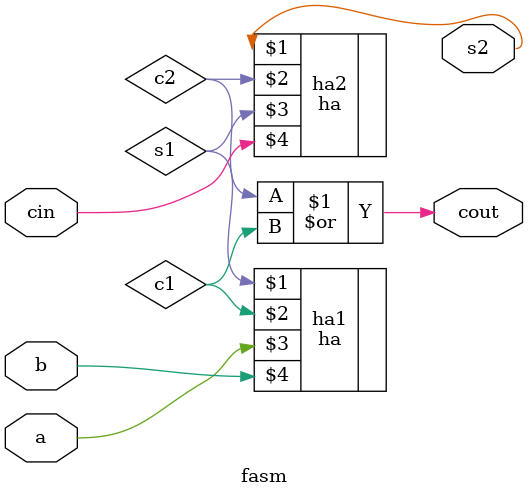
<source format=v>
module fasm(s2,cout,a,b,cin);
output s2,cout;
input a,b,cin;
wire s1,c1,c2;
ha ha1(s1,c1,a,b);
ha ha2(s2,c2,s1,cin);
or o1(cout,c2,c1);
endmodule

</source>
